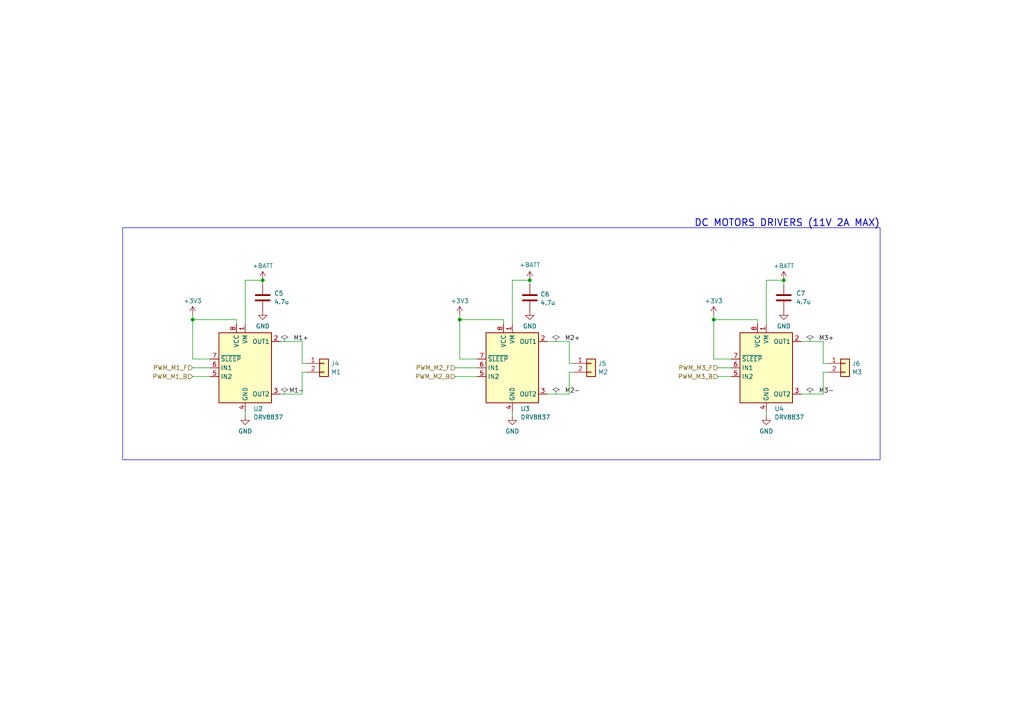
<source format=kicad_sch>
(kicad_sch (version 20250114) (generator "eeschema") (generator_version "9.0")
  (paper "A4")
  (title_block (title "Ant Robot control board") (date "2025-09-18") (rev "2.0") (company "Filippo Castellan"))
  (lib_symbols
    (symbol "Connector_Generic:Conn_01x02" (pin_names (offset 1.016) (hide yes))
      (property "Reference" "J" (at 0 2.54 0))
      (property "Value" "Conn_01x02" (at 0 -5.08 0))
      (symbol "Conn_01x02_1_1"
        (rectangle (start -1.27 1.27) (end 1.27 -3.81) (stroke (width 0.254)) (fill (type background)))
        (rectangle (start -1.27 0.127) (end 0 -0.127) (stroke (width 0.1524)))
        (rectangle (start -1.27 -2.413) (end 0 -2.667) (stroke (width 0.1524)))
        (pin passive line (at -5.08 0 0) (length 3.81) (name "Pin_1") (number "1"))
        (pin passive line (at -5.08 -2.54 0) (length 3.81) (name "Pin_2") (number "2"))
      )
    )
    (symbol "Device:C" (pin_numbers (hide yes)) (pin_names (offset 0.254))
      (property "Reference" "C" (at 0.635 2.54 0))
      (property "Value" "C" (at 0.635 -2.54 0))
      (symbol "C_0_1"
        (polyline (pts (xy -2.032 0.762) (xy 2.032 0.762)) (stroke (width 0.508)))
        (polyline (pts (xy -2.032 -0.762) (xy 2.032 -0.762)) (stroke (width 0.508)))
      )
      (symbol "C_1_1"
        (pin passive line (at 0 3.81 270) (length 2.794) (name "~") (number "1"))
        (pin passive line (at 0 -3.81 90) (length 2.794) (name "~") (number "2"))
      )
    )
    (symbol "Driver_Motor:DRV8837"
      (property "Reference" "U" (at 6.35 11.43 0))
      (property "Value" "DRV8837" (at -10.16 11.43 0))
      (symbol "DRV8837_0_1"
        (rectangle (start -7.62 10.16) (end 7.62 -10.16) (stroke (width 0.254)) (fill (type background)))
      )
      (symbol "DRV8837_1_1"
        (pin input line (at -10.16 2.54 0) (length 2.54) (name "~{SLEEP}") (number "7"))
        (pin input line (at -10.16 0 0) (length 2.54) (name "IN1") (number "6"))
        (pin input line (at -10.16 -2.54 0) (length 2.54) (name "IN2") (number "5"))
        (pin power_in line (at -2.54 12.7 270) (length 2.54) (name "VCC") (number "8"))
        (pin power_in line (at 0 12.7 270) (length 2.54) (name "VM") (number "1"))
        (pin power_in line (at 0 -12.7 90) (length 2.54) (name "GND") (number "4"))
        (pin passive line (at 0 -12.7 90) (length 2.54) (hide yes) (name "GND") (number "9"))
        (pin output line (at 10.16 7.62 180) (length 2.54) (name "OUT1") (number "2"))
        (pin output line (at 10.16 -7.62 180) (length 2.54) (name "OUT2") (number "3"))
      )
    )
    (symbol "power:+3V3" (power) (pin_numbers (hide yes)) (pin_names (offset 0) (hide yes))
      (property "Value" "+3V3" (at 0 3.556 0))
      (symbol "+3V3_0_1"
        (polyline (pts (xy -0.762 1.27) (xy 0 2.54)))
        (polyline (pts (xy 0 2.54) (xy 0.762 1.27)))
        (polyline (pts (xy 0 0) (xy 0 2.54)))
      )
      (symbol "+3V3_1_1"
        (pin power_in line (at 0 0 90) (length 0) (name "~") (number "1"))
      )
    )
    (symbol "power:+BATT" (power) (pin_numbers (hide yes)) (pin_names (offset 0) (hide yes))
      (property "Value" "+BATT" (at 0 3.556 0))
      (symbol "+BATT_0_1"
        (polyline (pts (xy -0.762 1.27) (xy 0 2.54)))
        (polyline (pts (xy 0 2.54) (xy 0.762 1.27)))
        (polyline (pts (xy 0 0) (xy 0 2.54)))
      )
      (symbol "+BATT_1_1"
        (pin power_in line (at 0 0 90) (length 0) (name "~") (number "1"))
      )
    )
    (symbol "power:GND" (power) (pin_numbers (hide yes)) (pin_names (offset 0) (hide yes))
      (property "Value" "GND" (at 0 -3.81 0))
      (symbol "GND_0_1"
        (polyline (pts (xy 0 0) (xy 0 -1.27) (xy 1.27 -1.27) (xy 0 -2.54) (xy -1.27 -1.27) (xy 0 -1.27)))
      )
      (symbol "GND_1_1"
        (pin power_in line (at 0 0 270) (length 0) (name "~") (number "1"))
      )
    )
  )
  (rectangle (start 35.56 66.04) (end 255.27 133.35))
  (text "DC MOTORS DRIVERS (11V 2A MAX)" (at 255.27 64.77 0) (effects (font (size 2 2) (thickness 0.254) (bold yes)) (justify right)))
  (junction (at 153.67 81.28))
  (junction (at 76.2 81.28))
  (junction (at 207.01 92.71))
  (junction (at 227.33 81.28))
  (junction (at 133.35 92.71))
  (junction (at 55.88 92.71))
  (wire (pts (xy 207.01 91.44) (xy 207.01 92.71)))
  (wire (pts (xy 222.25 119.38) (xy 222.25 120.65)))
  (wire (pts (xy 153.67 81.28) (xy 148.59 81.28)))
  (wire (pts (xy 158.75 114.3) (xy 165.1 114.3)))
  (wire (pts (xy 208.28 109.22) (xy 212.09 109.22)))
  (wire (pts (xy 158.75 99.06) (xy 165.1 99.06)))
  (wire (pts (xy 146.05 92.71) (xy 133.35 92.71)))
  (wire (pts (xy 148.59 81.28) (xy 148.59 93.98)))
  (wire (pts (xy 68.58 92.71) (xy 55.88 92.71)))
  (wire (pts (xy 71.12 119.38) (xy 71.12 120.65)))
  (wire (pts (xy 232.41 99.06) (xy 238.76 99.06)))
  (wire (pts (xy 81.28 99.06) (xy 87.63 99.06)))
  (wire (pts (xy 208.28 106.68) (xy 212.09 106.68)))
  (wire (pts (xy 76.2 81.28) (xy 71.12 81.28)))
  (wire (pts (xy 165.1 105.41) (xy 166.37 105.41)))
  (wire (pts (xy 133.35 92.71) (xy 133.35 104.14)))
  (wire (pts (xy 81.28 114.3) (xy 87.63 114.3)))
  (wire (pts (xy 227.33 81.28) (xy 227.33 82.55)))
  (wire (pts (xy 165.1 99.06) (xy 165.1 105.41)))
  (wire (pts (xy 207.01 104.14) (xy 212.09 104.14)))
  (wire (pts (xy 133.35 104.14) (xy 138.43 104.14)))
  (wire (pts (xy 55.88 91.44) (xy 55.88 92.71)))
  (wire (pts (xy 87.63 107.95) (xy 87.63 114.3)))
  (wire (pts (xy 240.03 107.95) (xy 238.76 107.95)))
  (wire (pts (xy 219.71 92.71) (xy 219.71 93.98)))
  (wire (pts (xy 146.05 92.71) (xy 146.05 93.98)))
  (wire (pts (xy 87.63 105.41) (xy 88.9 105.41)))
  (wire (pts (xy 232.41 114.3) (xy 238.76 114.3)))
  (wire (pts (xy 238.76 99.06) (xy 238.76 105.41)))
  (wire (pts (xy 76.2 81.28) (xy 76.2 82.55)))
  (wire (pts (xy 227.33 81.28) (xy 222.25 81.28)))
  (wire (pts (xy 88.9 107.95) (xy 87.63 107.95)))
  (wire (pts (xy 68.58 92.71) (xy 68.58 93.98)))
  (wire (pts (xy 71.12 81.28) (xy 71.12 93.98)))
  (wire (pts (xy 219.71 92.71) (xy 207.01 92.71)))
  (wire (pts (xy 238.76 107.95) (xy 238.76 114.3)))
  (wire (pts (xy 55.88 106.68) (xy 60.96 106.68)))
  (wire (pts (xy 148.59 119.38) (xy 148.59 120.65)))
  (wire (pts (xy 238.76 105.41) (xy 240.03 105.41)))
  (wire (pts (xy 55.88 109.22) (xy 60.96 109.22)))
  (wire (pts (xy 165.1 107.95) (xy 165.1 114.3)))
  (wire (pts (xy 55.88 104.14) (xy 60.96 104.14)))
  (wire (pts (xy 222.25 81.28) (xy 222.25 93.98)))
  (wire (pts (xy 87.63 99.06) (xy 87.63 105.41)))
  (wire (pts (xy 132.08 106.68) (xy 138.43 106.68)))
  (wire (pts (xy 153.67 81.28) (xy 153.67 82.55)))
  (wire (pts (xy 132.08 109.22) (xy 138.43 109.22)))
  (wire (pts (xy 166.37 107.95) (xy 165.1 107.95)))
  (wire (pts (xy 133.35 91.44) (xy 133.35 92.71)))
  (wire (pts (xy 55.88 92.71) (xy 55.88 104.14)))
  (wire (pts (xy 207.01 92.71) (xy 207.01 104.14)))
  (label "M3-" (at 237.49 114.3 0))
  (label "M2-" (at 163.83 114.3 0))
  (label "M1+" (at 85.09 99.06 0))
  (label "M1-" (at 83.82 114.3 0))
  (label "M3+" (at 237.49 99.06 0))
  (label "M2+" (at 163.83 99.06 0))
  (hierarchical_label "PWM_M3_F" (shape input) (at 208.28 106.68 180))
  (hierarchical_label "PWM_M1_B" (shape input) (at 55.88 109.22 180))
  (hierarchical_label "PWM_M2_B" (shape input) (at 132.08 109.22 180))
  (hierarchical_label "PWM_M2_F" (shape input) (at 132.08 106.68 180))
  (hierarchical_label "PWM_M1_F" (shape input) (at 55.88 106.68 180))
  (hierarchical_label "PWM_M3_B" (shape input) (at 208.28 109.22 180))
  (netclass_flag "" (length 1.27) (shape diamond) (at 82.55 114.3 0) (property "Netclass" "Power" (effects (hide yes))))
  (netclass_flag "" (length 1.27) (shape diamond) (at 234.95 114.3 0) (property "Netclass" "Power" (effects (hide yes))))
  (netclass_flag "" (length 1.27) (shape diamond) (at 234.95 99.06 0) (property "Netclass" "Power" (effects (hide yes))))
  (netclass_flag "" (length 1.27) (shape diamond) (at 161.29 99.06 0) (property "Netclass" "Power" (effects (hide yes))))
  (netclass_flag "" (length 1.27) (shape diamond) (at 82.55 99.06 0) (property "Netclass" "Power" (effects (hide yes))))
  (netclass_flag "" (length 1.27) (shape diamond) (at 161.29 114.3 0) (property "Netclass" "Power" (effects (hide yes))))
  (symbol (lib_id "Connector_Generic:Conn_01x02") (at 93.98 105.41 0) (unit 1) (in_bom no)
    (property "Reference" "J4" (at 96.012 105.4473 0) (effects (justify left)))
    (property "Value" "M1" (at 96.012 107.9127 0) (effects (justify left)))
    (property "Footprint" "_MY_connectors:01x02_TH_pad_renforced" (effects (hide yes)))
    (property "Description" "Generic connector, single row, 01x02, script generated (kicad-library-utils/schlib/autogen/connector/)" (effects (hide yes)))
  )
  (symbol (lib_id "Connector_Generic:Conn_01x02") (at 245.11 105.41 0) (unit 1) (in_bom no)
    (property "Reference" "J6" (at 247.142 105.4473 0) (effects (justify left)))
    (property "Value" "M3" (at 247.142 107.9127 0) (effects (justify left)))
    (property "Footprint" "_MY_connectors:01x02_TH_pad_renforced" (effects (hide yes)))
    (property "Description" "Generic connector, single row, 01x02, script generated (kicad-library-utils/schlib/autogen/connector/)" (effects (hide yes)))
  )
  (symbol (lib_id "Driver_Motor:DRV8837") (at 222.25 106.68 0) (unit 1)
    (property "Reference" "U4" (at 224.6032 118.5708 0) (effects (justify left)))
    (property "Value" "DRV8837" (at 224.6032 121.0164 0) (effects (justify left)))
    (property "Footprint" "Package_SON:WSON-8-1EP_2x2mm_P0.5mm_EP0.9x1.6mm" (effects (hide yes)))
    (property "Datasheet" "http://www.ti.com/lit/ds/symlink/drv8837.pdf" (effects (hide yes)))
    (property "Description" "H-Bridge driver, 1.8A, Low Voltage, PWM input, WSON-8" (effects (hide yes)))
    (property "LCSC" "C39159" (effects (hide yes)))
  )
  (symbol (lib_id "Connector_Generic:Conn_01x02") (at 171.45 105.41 0) (unit 1) (in_bom no)
    (property "Reference" "J5" (at 173.482 105.4473 0) (effects (justify left)))
    (property "Value" "M2" (at 173.482 107.9127 0) (effects (justify left)))
    (property "Footprint" "_MY_connectors:01x02_TH_pad_renforced" (effects (hide yes)))
    (property "Description" "Generic connector, single row, 01x02, script generated (kicad-library-utils/schlib/autogen/connector/)" (effects (hide yes)))
  )
  (symbol (lib_id "power:+BATT") (at 153.67 81.28 0) (unit 1)
    (property "Reference" "#PWR016" (effects (hide yes)))
    (property "Value" "+BATT" (at 153.67 76.835 0))
    (property "Description" "Power symbol creates a global label with name \"+BATT\"" (effects (hide yes)))
  )
  (symbol (lib_id "Device:C") (at 153.67 86.36 0) (unit 1)
    (property "Reference" "C6" (at 156.718 85.344 0) (effects (justify left)))
    (property "Value" "4.7u" (at 156.718 87.8094 0) (effects (justify left)))
    (property "Footprint" "Capacitor_SMD:C_0402_1005Metric" (effects (hide yes)))
    (property "Description" "Unpolarized capacitor" (effects (hide yes)))
    (property "LCSC" "C2858031" (effects (hide yes)))
  )
  (symbol (lib_id "Device:C") (at 227.33 86.36 0) (unit 1)
    (property "Reference" "C7" (at 230.886 85.09 0) (effects (justify left)))
    (property "Value" "4.7u" (at 230.886 87.5554 0) (effects (justify left)))
    (property "Footprint" "Capacitor_SMD:C_0402_1005Metric" (effects (hide yes)))
    (property "Description" "Unpolarized capacitor" (effects (hide yes)))
    (property "LCSC" "C2858031" (effects (hide yes)))
  )
  (symbol (lib_id "power:+3V3") (at 207.01 91.44 0) (unit 1)
    (property "Reference" "#PWR018" (effects (hide yes)))
    (property "Value" "+3V3" (at 207.01 87.2863 0))
    (property "Description" "Power symbol creates a global label with name \"+3V3\"" (effects (hide yes)))
  )
  (symbol (lib_id "Driver_Motor:DRV8837") (at 71.12 106.68 0) (unit 1)
    (property "Reference" "U2" (at 73.4732 118.5708 0) (effects (justify left)))
    (property "Value" "DRV8837" (at 73.4732 121.0164 0) (effects (justify left)))
    (property "Footprint" "Package_SON:WSON-8-1EP_2x2mm_P0.5mm_EP0.9x1.6mm" (effects (hide yes)))
    (property "Datasheet" "http://www.ti.com/lit/ds/symlink/drv8837.pdf" (effects (hide yes)))
    (property "Description" "H-Bridge driver, 1.8A, Low Voltage, PWM input, WSON-8" (effects (hide yes)))
    (property "LCSC" "C39159" (effects (hide yes)))
  )
  (symbol (lib_id "power:GND") (at 227.33 90.17 0) (unit 1)
    (property "Reference" "#PWR021" (effects (hide yes)))
    (property "Value" "GND" (at 227.33 94.6134 0))
  )
  (symbol (lib_id "power:+BATT") (at 227.33 81.28 0) (unit 1)
    (property "Reference" "#PWR020" (effects (hide yes)))
    (property "Value" "+BATT" (at 227.33 77.1263 0))
    (property "Description" "Power symbol creates a global label with name \"+BATT\"" (effects (hide yes)))
  )
  (symbol (lib_id "power:+3V3") (at 133.35 91.44 0) (unit 1)
    (property "Reference" "#PWR014" (effects (hide yes)))
    (property "Value" "+3V3" (at 133.35 87.2863 0))
    (property "Description" "Power symbol creates a global label with name \"+3V3\"" (effects (hide yes)))
  )
  (symbol (lib_id "power:GND") (at 222.25 120.65 0) (unit 1)
    (property "Reference" "#PWR019" (effects (hide yes)))
    (property "Value" "GND" (at 222.25 125.0934 0))
  )
  (symbol (lib_id "power:+BATT") (at 76.2 81.28 0) (unit 1)
    (property "Reference" "#PWR012" (effects (hide yes)))
    (property "Value" "+BATT" (at 76.2 77.1263 0))
    (property "Description" "Power symbol creates a global label with name \"+BATT\"" (effects (hide yes)))
  )
  (symbol (lib_id "power:GND") (at 71.12 120.65 0) (unit 1)
    (property "Reference" "#PWR011" (effects (hide yes)))
    (property "Value" "GND" (at 71.12 125.0934 0))
  )
  (symbol (lib_id "Device:C") (at 76.2 86.36 0) (unit 1)
    (property "Reference" "C5" (at 79.502 85.09 0) (effects (justify left)))
    (property "Value" "4.7u" (at 79.502 87.5554 0) (effects (justify left)))
    (property "Footprint" "Capacitor_SMD:C_0402_1005Metric" (effects (hide yes)))
    (property "Description" "Unpolarized capacitor" (effects (hide yes)))
    (property "LCSC" "C2858031" (effects (hide yes)))
  )
  (symbol (lib_id "power:GND") (at 76.2 90.17 0) (unit 1)
    (property "Reference" "#PWR013" (effects (hide yes)))
    (property "Value" "GND" (at 76.2 94.6134 0))
  )
  (symbol (lib_id "power:GND") (at 153.67 90.17 0) (unit 1)
    (property "Reference" "#PWR017" (effects (hide yes)))
    (property "Value" "GND" (at 153.67 94.6134 0))
  )
  (symbol (lib_id "Driver_Motor:DRV8837") (at 148.59 106.68 0) (unit 1)
    (property "Reference" "U3" (at 150.9432 118.5708 0) (effects (justify left)))
    (property "Value" "DRV8837" (at 150.9432 121.0164 0) (effects (justify left)))
    (property "Footprint" "Package_SON:WSON-8-1EP_2x2mm_P0.5mm_EP0.9x1.6mm" (effects (hide yes)))
    (property "Datasheet" "http://www.ti.com/lit/ds/symlink/drv8837.pdf" (effects (hide yes)))
    (property "Description" "H-Bridge driver, 1.8A, Low Voltage, PWM input, WSON-8" (effects (hide yes)))
    (property "LCSC" "C39159" (effects (hide yes)))
  )
  (symbol (lib_id "power:GND") (at 148.59 120.65 0) (unit 1)
    (property "Reference" "#PWR015" (effects (hide yes)))
    (property "Value" "GND" (at 148.59 125.0934 0))
  )
  (symbol (lib_id "power:+3V3") (at 55.88 91.44 0) (unit 1)
    (property "Reference" "#PWR010" (effects (hide yes)))
    (property "Value" "+3V3" (at 55.88 87.2863 0))
    (property "Description" "Power symbol creates a global label with name \"+3V3\"" (effects (hide yes)))
  )
)
</source>
